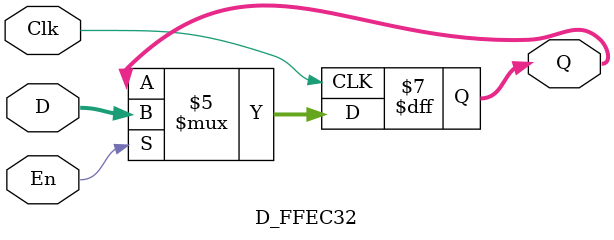
<source format=v>
module D_FFEC32(D,Clk,En,Q);
	input[31:0]D;
	input Clk,En;
//	output [31:0]Q,Qn;
	output reg [31:0]Q;
	initial
	begin
	Q=0;
	end

	always@(posedge Clk)
	begin
	if(En==1)Q=D;
	end
	/*
	D_FFEC d0(D[0],Clk,En,Clrn,Q[0],Qn[0]);
	D_FFEC d1(D[1],Clk,En,Clrn,Q[1],Qn[1]);
	D_FFEC d2(D[2],Clk,En,Clrn,Q[2],Qn[2]);
	D_FFEC d3(D[3],Clk,En,Clrn,Q[3],Qn[3]);
	D_FFEC d4(D[4],Clk,En,Clrn,Q[4],Qn[4]);
	D_FFEC d5(D[5],Clk,En,Clrn,Q[5],Qn[5]);
	D_FFEC d6(D[6],Clk,En,Clrn,Q[6],Qn[6]);
	D_FFEC d7(D[7],Clk,En,Clrn,Q[7],Qn[7]);
	D_FFEC d8(D[8],Clk,En,Clrn,Q[8],Qn[8]);
	D_FFEC d9(D[9],Clk,En,Clrn,Q[9],Qn[9]);
	D_FFEC d10(D[10],Clk,En,Clrn,Q[10],Qn[10]);
	D_FFEC d11(D[11],Clk,En,Clrn,Q[11],Qn[11]);
	D_FFEC d12(D[12],Clk,En,Clrn,Q[12],Qn[12]);
	D_FFEC d13(D[13],Clk,En,Clrn,Q[13],Qn[13]);
	D_FFEC d14(D[14],Clk,En,Clrn,Q[14],Qn[14]);
	D_FFEC d15(D[15],Clk,En,Clrn,Q[15],Qn[15]);
	D_FFEC d16(D[16],Clk,En,Clrn,Q[16],Qn[16]);
	D_FFEC d17(D[17],Clk,En,Clrn,Q[17],Qn[17]);
	D_FFEC d18(D[18],Clk,En,Clrn,Q[18],Qn[18]);
	D_FFEC d19(D[19],Clk,En,Clrn,Q[19],Qn[19]);
	D_FFEC d20(D[20],Clk,En,Clrn,Q[20],Qn[20]);
	D_FFEC d21(D[21],Clk,En,Clrn,Q[21],Qn[21]);
	D_FFEC d22(D[22],Clk,En,Clrn,Q[22],Qn[22]);
	D_FFEC d23(D[23],Clk,En,Clrn,Q[23],Qn[23]);
	D_FFEC d24(D[24],Clk,En,Clrn,Q[24],Qn[24]);
	D_FFEC d25(D[25],Clk,En,Clrn,Q[25],Qn[25]);
	D_FFEC d26(D[26],Clk,En,Clrn,Q[26],Qn[26]);
	D_FFEC d27(D[27],Clk,En,Clrn,Q[27],Qn[27]);
	D_FFEC d28(D[28],Clk,En,Clrn,Q[28],Qn[28]);
	D_FFEC d29(D[29],Clk,En,Clrn,Q[29],Qn[29]);
	D_FFEC d30(D[30],Clk,En,Clrn,Q[30],Qn[30]);
	D_FFEC d31(D[31],Clk,En,Clrn,Q[31],Qn[31]);*/
endmodule
</source>
